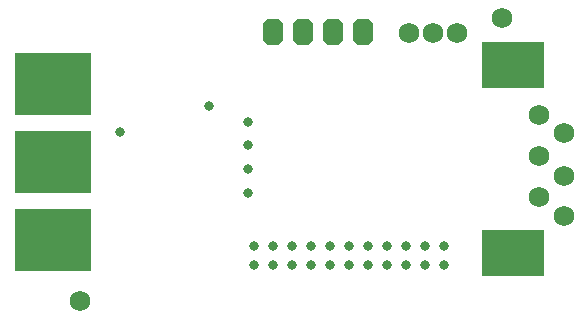
<source format=gbr>
%TF.GenerationSoftware,Altium Limited,Altium Designer,24.4.1 (13)*%
G04 Layer_Color=8388736*
%FSLAX45Y45*%
%MOMM*%
%TF.SameCoordinates,C660FC9E-4896-4694-9F0D-9EB1E9559909*%
%TF.FilePolarity,Negative*%
%TF.FileFunction,Soldermask,Top*%
%TF.Part,Single*%
G01*
G75*
%TA.AperFunction,SMDPad,CuDef*%
%ADD21R,5.28320X3.88320*%
%ADD22R,6.55320X5.28320*%
%TA.AperFunction,ViaPad*%
%ADD23C,1.72720*%
%TA.AperFunction,ComponentPad*%
G04:AMPARAMS|DCode=24|XSize=2.2352mm|YSize=1.7272mm|CornerRadius=0mm|HoleSize=0mm|Usage=FLASHONLY|Rotation=90.000|XOffset=0mm|YOffset=0mm|HoleType=Round|Shape=Octagon|*
%AMOCTAGOND24*
4,1,8,0.43180,1.11760,-0.43180,1.11760,-0.86360,0.68580,-0.86360,-0.68580,-0.43180,-1.11760,0.43180,-1.11760,0.86360,-0.68580,0.86360,0.68580,0.43180,1.11760,0.0*
%
%ADD24OCTAGOND24*%

%TA.AperFunction,ViaPad*%
%ADD25C,0.80320*%
D21*
X4260000Y1850000D02*
D03*
Y260000D02*
D03*
D22*
X360000Y1030000D02*
D03*
Y370000D02*
D03*
Y1690000D02*
D03*
D23*
X3580000Y2120000D02*
D03*
X3380000D02*
D03*
X3780000D02*
D03*
X4690000Y570000D02*
D03*
X4480000Y730000D02*
D03*
Y1430000D02*
D03*
Y1080000D02*
D03*
X4690000Y910000D02*
D03*
Y1270000D02*
D03*
X590000Y-150000D02*
D03*
X4160000Y2250000D02*
D03*
D24*
X2228000Y2130000D02*
D03*
X2482000D02*
D03*
X2736000D02*
D03*
X2990000D02*
D03*
D25*
X3187002Y320000D02*
D03*
X3186996Y160000D02*
D03*
X3347995D02*
D03*
X3348001Y320000D02*
D03*
X3508995Y160000D02*
D03*
X3509001Y320000D02*
D03*
X3669994Y160000D02*
D03*
X3670000Y320000D02*
D03*
X2060006D02*
D03*
X2060000Y160000D02*
D03*
X2220999D02*
D03*
X2221005Y320000D02*
D03*
X2381999Y160000D02*
D03*
X2382005Y320000D02*
D03*
X3026002D02*
D03*
X3025996Y160000D02*
D03*
X2865003Y320000D02*
D03*
X2864997Y160000D02*
D03*
X2704003Y320000D02*
D03*
X2703998Y160000D02*
D03*
X2542998D02*
D03*
X2543004Y320000D02*
D03*
X2010000Y1370000D02*
D03*
Y1170000D02*
D03*
Y970000D02*
D03*
Y770000D02*
D03*
X1680000Y1500000D02*
D03*
X930000Y1280000D02*
D03*
X130000Y890000D02*
D03*
Y1220000D02*
D03*
Y1055000D02*
D03*
Y1530000D02*
D03*
Y1860000D02*
D03*
Y1695000D02*
D03*
X350000Y200000D02*
D03*
Y530000D02*
D03*
Y365000D02*
D03*
Y1055000D02*
D03*
Y1220000D02*
D03*
Y890000D02*
D03*
Y1530000D02*
D03*
Y1860000D02*
D03*
Y1695000D02*
D03*
X569999Y365000D02*
D03*
Y530000D02*
D03*
Y200000D02*
D03*
Y1055000D02*
D03*
Y1220000D02*
D03*
Y890000D02*
D03*
Y1530000D02*
D03*
Y1860000D02*
D03*
Y1695000D02*
D03*
X130000Y530000D02*
D03*
Y365000D02*
D03*
Y200000D02*
D03*
X4429999Y360000D02*
D03*
Y250000D02*
D03*
Y140000D02*
D03*
X4265000Y360000D02*
D03*
Y250000D02*
D03*
Y140000D02*
D03*
X4100000D02*
D03*
Y250000D02*
D03*
Y360000D02*
D03*
Y1970000D02*
D03*
Y1860000D02*
D03*
Y1750000D02*
D03*
X4265000D02*
D03*
Y1860000D02*
D03*
Y1970000D02*
D03*
X4429999Y1750000D02*
D03*
Y1860000D02*
D03*
Y1970000D02*
D03*
%TF.MD5,52ac7491e267fc5eaf48cd7927e2027e*%
M02*

</source>
